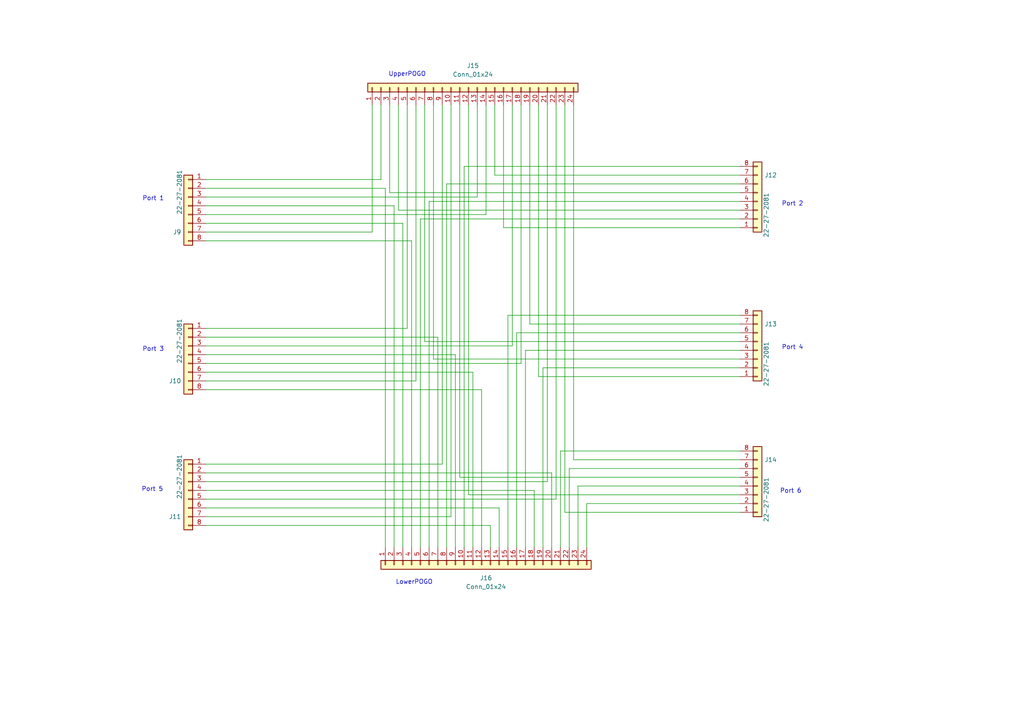
<source format=kicad_sch>
(kicad_sch
	(version 20231120)
	(generator "eeschema")
	(generator_version "8.0")
	(uuid "b42d446a-df4c-4ae4-a483-8f0b01a4da26")
	(paper "A4")
	(lib_symbols
		(symbol "Connector_Generic:Conn_01x08"
			(pin_names
				(offset 1.016) hide)
			(exclude_from_sim no)
			(in_bom yes)
			(on_board yes)
			(property "Reference" "J"
				(at 0 10.16 0)
				(effects
					(font
						(size 1.27 1.27)
					)
				)
			)
			(property "Value" "Conn_01x08"
				(at 0 -12.7 0)
				(effects
					(font
						(size 1.27 1.27)
					)
				)
			)
			(property "Footprint" ""
				(at 0 0 0)
				(effects
					(font
						(size 1.27 1.27)
					)
					(hide yes)
				)
			)
			(property "Datasheet" "~"
				(at 0 0 0)
				(effects
					(font
						(size 1.27 1.27)
					)
					(hide yes)
				)
			)
			(property "Description" "Generic connector, single row, 01x08, script generated (kicad-library-utils/schlib/autogen/connector/)"
				(at 0 0 0)
				(effects
					(font
						(size 1.27 1.27)
					)
					(hide yes)
				)
			)
			(property "ki_keywords" "connector"
				(at 0 0 0)
				(effects
					(font
						(size 1.27 1.27)
					)
					(hide yes)
				)
			)
			(property "ki_fp_filters" "Connector*:*_1x??_*"
				(at 0 0 0)
				(effects
					(font
						(size 1.27 1.27)
					)
					(hide yes)
				)
			)
			(symbol "Conn_01x08_1_1"
				(rectangle
					(start -1.27 -10.033)
					(end 0 -10.287)
					(stroke
						(width 0.1524)
						(type default)
					)
					(fill
						(type none)
					)
				)
				(rectangle
					(start -1.27 -7.493)
					(end 0 -7.747)
					(stroke
						(width 0.1524)
						(type default)
					)
					(fill
						(type none)
					)
				)
				(rectangle
					(start -1.27 -4.953)
					(end 0 -5.207)
					(stroke
						(width 0.1524)
						(type default)
					)
					(fill
						(type none)
					)
				)
				(rectangle
					(start -1.27 -2.413)
					(end 0 -2.667)
					(stroke
						(width 0.1524)
						(type default)
					)
					(fill
						(type none)
					)
				)
				(rectangle
					(start -1.27 0.127)
					(end 0 -0.127)
					(stroke
						(width 0.1524)
						(type default)
					)
					(fill
						(type none)
					)
				)
				(rectangle
					(start -1.27 2.667)
					(end 0 2.413)
					(stroke
						(width 0.1524)
						(type default)
					)
					(fill
						(type none)
					)
				)
				(rectangle
					(start -1.27 5.207)
					(end 0 4.953)
					(stroke
						(width 0.1524)
						(type default)
					)
					(fill
						(type none)
					)
				)
				(rectangle
					(start -1.27 7.747)
					(end 0 7.493)
					(stroke
						(width 0.1524)
						(type default)
					)
					(fill
						(type none)
					)
				)
				(rectangle
					(start -1.27 8.89)
					(end 1.27 -11.43)
					(stroke
						(width 0.254)
						(type default)
					)
					(fill
						(type background)
					)
				)
				(pin passive line
					(at -5.08 7.62 0)
					(length 3.81)
					(name "Pin_1"
						(effects
							(font
								(size 1.27 1.27)
							)
						)
					)
					(number "1"
						(effects
							(font
								(size 1.27 1.27)
							)
						)
					)
				)
				(pin passive line
					(at -5.08 5.08 0)
					(length 3.81)
					(name "Pin_2"
						(effects
							(font
								(size 1.27 1.27)
							)
						)
					)
					(number "2"
						(effects
							(font
								(size 1.27 1.27)
							)
						)
					)
				)
				(pin passive line
					(at -5.08 2.54 0)
					(length 3.81)
					(name "Pin_3"
						(effects
							(font
								(size 1.27 1.27)
							)
						)
					)
					(number "3"
						(effects
							(font
								(size 1.27 1.27)
							)
						)
					)
				)
				(pin passive line
					(at -5.08 0 0)
					(length 3.81)
					(name "Pin_4"
						(effects
							(font
								(size 1.27 1.27)
							)
						)
					)
					(number "4"
						(effects
							(font
								(size 1.27 1.27)
							)
						)
					)
				)
				(pin passive line
					(at -5.08 -2.54 0)
					(length 3.81)
					(name "Pin_5"
						(effects
							(font
								(size 1.27 1.27)
							)
						)
					)
					(number "5"
						(effects
							(font
								(size 1.27 1.27)
							)
						)
					)
				)
				(pin passive line
					(at -5.08 -5.08 0)
					(length 3.81)
					(name "Pin_6"
						(effects
							(font
								(size 1.27 1.27)
							)
						)
					)
					(number "6"
						(effects
							(font
								(size 1.27 1.27)
							)
						)
					)
				)
				(pin passive line
					(at -5.08 -7.62 0)
					(length 3.81)
					(name "Pin_7"
						(effects
							(font
								(size 1.27 1.27)
							)
						)
					)
					(number "7"
						(effects
							(font
								(size 1.27 1.27)
							)
						)
					)
				)
				(pin passive line
					(at -5.08 -10.16 0)
					(length 3.81)
					(name "Pin_8"
						(effects
							(font
								(size 1.27 1.27)
							)
						)
					)
					(number "8"
						(effects
							(font
								(size 1.27 1.27)
							)
						)
					)
				)
			)
		)
		(symbol "Connector_Generic:Conn_01x24"
			(pin_names
				(offset 1.016) hide)
			(exclude_from_sim no)
			(in_bom yes)
			(on_board yes)
			(property "Reference" "J"
				(at 0 30.48 0)
				(effects
					(font
						(size 1.27 1.27)
					)
				)
			)
			(property "Value" "Conn_01x24"
				(at 0 -33.02 0)
				(effects
					(font
						(size 1.27 1.27)
					)
				)
			)
			(property "Footprint" ""
				(at 0 0 0)
				(effects
					(font
						(size 1.27 1.27)
					)
					(hide yes)
				)
			)
			(property "Datasheet" "~"
				(at 0 0 0)
				(effects
					(font
						(size 1.27 1.27)
					)
					(hide yes)
				)
			)
			(property "Description" "Generic connector, single row, 01x24, script generated (kicad-library-utils/schlib/autogen/connector/)"
				(at 0 0 0)
				(effects
					(font
						(size 1.27 1.27)
					)
					(hide yes)
				)
			)
			(property "ki_keywords" "connector"
				(at 0 0 0)
				(effects
					(font
						(size 1.27 1.27)
					)
					(hide yes)
				)
			)
			(property "ki_fp_filters" "Connector*:*_1x??_*"
				(at 0 0 0)
				(effects
					(font
						(size 1.27 1.27)
					)
					(hide yes)
				)
			)
			(symbol "Conn_01x24_1_1"
				(rectangle
					(start -1.27 -30.353)
					(end 0 -30.607)
					(stroke
						(width 0.1524)
						(type default)
					)
					(fill
						(type none)
					)
				)
				(rectangle
					(start -1.27 -27.813)
					(end 0 -28.067)
					(stroke
						(width 0.1524)
						(type default)
					)
					(fill
						(type none)
					)
				)
				(rectangle
					(start -1.27 -25.273)
					(end 0 -25.527)
					(stroke
						(width 0.1524)
						(type default)
					)
					(fill
						(type none)
					)
				)
				(rectangle
					(start -1.27 -22.733)
					(end 0 -22.987)
					(stroke
						(width 0.1524)
						(type default)
					)
					(fill
						(type none)
					)
				)
				(rectangle
					(start -1.27 -20.193)
					(end 0 -20.447)
					(stroke
						(width 0.1524)
						(type default)
					)
					(fill
						(type none)
					)
				)
				(rectangle
					(start -1.27 -17.653)
					(end 0 -17.907)
					(stroke
						(width 0.1524)
						(type default)
					)
					(fill
						(type none)
					)
				)
				(rectangle
					(start -1.27 -15.113)
					(end 0 -15.367)
					(stroke
						(width 0.1524)
						(type default)
					)
					(fill
						(type none)
					)
				)
				(rectangle
					(start -1.27 -12.573)
					(end 0 -12.827)
					(stroke
						(width 0.1524)
						(type default)
					)
					(fill
						(type none)
					)
				)
				(rectangle
					(start -1.27 -10.033)
					(end 0 -10.287)
					(stroke
						(width 0.1524)
						(type default)
					)
					(fill
						(type none)
					)
				)
				(rectangle
					(start -1.27 -7.493)
					(end 0 -7.747)
					(stroke
						(width 0.1524)
						(type default)
					)
					(fill
						(type none)
					)
				)
				(rectangle
					(start -1.27 -4.953)
					(end 0 -5.207)
					(stroke
						(width 0.1524)
						(type default)
					)
					(fill
						(type none)
					)
				)
				(rectangle
					(start -1.27 -2.413)
					(end 0 -2.667)
					(stroke
						(width 0.1524)
						(type default)
					)
					(fill
						(type none)
					)
				)
				(rectangle
					(start -1.27 0.127)
					(end 0 -0.127)
					(stroke
						(width 0.1524)
						(type default)
					)
					(fill
						(type none)
					)
				)
				(rectangle
					(start -1.27 2.667)
					(end 0 2.413)
					(stroke
						(width 0.1524)
						(type default)
					)
					(fill
						(type none)
					)
				)
				(rectangle
					(start -1.27 5.207)
					(end 0 4.953)
					(stroke
						(width 0.1524)
						(type default)
					)
					(fill
						(type none)
					)
				)
				(rectangle
					(start -1.27 7.747)
					(end 0 7.493)
					(stroke
						(width 0.1524)
						(type default)
					)
					(fill
						(type none)
					)
				)
				(rectangle
					(start -1.27 10.287)
					(end 0 10.033)
					(stroke
						(width 0.1524)
						(type default)
					)
					(fill
						(type none)
					)
				)
				(rectangle
					(start -1.27 12.827)
					(end 0 12.573)
					(stroke
						(width 0.1524)
						(type default)
					)
					(fill
						(type none)
					)
				)
				(rectangle
					(start -1.27 15.367)
					(end 0 15.113)
					(stroke
						(width 0.1524)
						(type default)
					)
					(fill
						(type none)
					)
				)
				(rectangle
					(start -1.27 17.907)
					(end 0 17.653)
					(stroke
						(width 0.1524)
						(type default)
					)
					(fill
						(type none)
					)
				)
				(rectangle
					(start -1.27 20.447)
					(end 0 20.193)
					(stroke
						(width 0.1524)
						(type default)
					)
					(fill
						(type none)
					)
				)
				(rectangle
					(start -1.27 22.987)
					(end 0 22.733)
					(stroke
						(width 0.1524)
						(type default)
					)
					(fill
						(type none)
					)
				)
				(rectangle
					(start -1.27 25.527)
					(end 0 25.273)
					(stroke
						(width 0.1524)
						(type default)
					)
					(fill
						(type none)
					)
				)
				(rectangle
					(start -1.27 28.067)
					(end 0 27.813)
					(stroke
						(width 0.1524)
						(type default)
					)
					(fill
						(type none)
					)
				)
				(rectangle
					(start -1.27 29.21)
					(end 1.27 -31.75)
					(stroke
						(width 0.254)
						(type default)
					)
					(fill
						(type background)
					)
				)
				(pin passive line
					(at -5.08 27.94 0)
					(length 3.81)
					(name "Pin_1"
						(effects
							(font
								(size 1.27 1.27)
							)
						)
					)
					(number "1"
						(effects
							(font
								(size 1.27 1.27)
							)
						)
					)
				)
				(pin passive line
					(at -5.08 5.08 0)
					(length 3.81)
					(name "Pin_10"
						(effects
							(font
								(size 1.27 1.27)
							)
						)
					)
					(number "10"
						(effects
							(font
								(size 1.27 1.27)
							)
						)
					)
				)
				(pin passive line
					(at -5.08 2.54 0)
					(length 3.81)
					(name "Pin_11"
						(effects
							(font
								(size 1.27 1.27)
							)
						)
					)
					(number "11"
						(effects
							(font
								(size 1.27 1.27)
							)
						)
					)
				)
				(pin passive line
					(at -5.08 0 0)
					(length 3.81)
					(name "Pin_12"
						(effects
							(font
								(size 1.27 1.27)
							)
						)
					)
					(number "12"
						(effects
							(font
								(size 1.27 1.27)
							)
						)
					)
				)
				(pin passive line
					(at -5.08 -2.54 0)
					(length 3.81)
					(name "Pin_13"
						(effects
							(font
								(size 1.27 1.27)
							)
						)
					)
					(number "13"
						(effects
							(font
								(size 1.27 1.27)
							)
						)
					)
				)
				(pin passive line
					(at -5.08 -5.08 0)
					(length 3.81)
					(name "Pin_14"
						(effects
							(font
								(size 1.27 1.27)
							)
						)
					)
					(number "14"
						(effects
							(font
								(size 1.27 1.27)
							)
						)
					)
				)
				(pin passive line
					(at -5.08 -7.62 0)
					(length 3.81)
					(name "Pin_15"
						(effects
							(font
								(size 1.27 1.27)
							)
						)
					)
					(number "15"
						(effects
							(font
								(size 1.27 1.27)
							)
						)
					)
				)
				(pin passive line
					(at -5.08 -10.16 0)
					(length 3.81)
					(name "Pin_16"
						(effects
							(font
								(size 1.27 1.27)
							)
						)
					)
					(number "16"
						(effects
							(font
								(size 1.27 1.27)
							)
						)
					)
				)
				(pin passive line
					(at -5.08 -12.7 0)
					(length 3.81)
					(name "Pin_17"
						(effects
							(font
								(size 1.27 1.27)
							)
						)
					)
					(number "17"
						(effects
							(font
								(size 1.27 1.27)
							)
						)
					)
				)
				(pin passive line
					(at -5.08 -15.24 0)
					(length 3.81)
					(name "Pin_18"
						(effects
							(font
								(size 1.27 1.27)
							)
						)
					)
					(number "18"
						(effects
							(font
								(size 1.27 1.27)
							)
						)
					)
				)
				(pin passive line
					(at -5.08 -17.78 0)
					(length 3.81)
					(name "Pin_19"
						(effects
							(font
								(size 1.27 1.27)
							)
						)
					)
					(number "19"
						(effects
							(font
								(size 1.27 1.27)
							)
						)
					)
				)
				(pin passive line
					(at -5.08 25.4 0)
					(length 3.81)
					(name "Pin_2"
						(effects
							(font
								(size 1.27 1.27)
							)
						)
					)
					(number "2"
						(effects
							(font
								(size 1.27 1.27)
							)
						)
					)
				)
				(pin passive line
					(at -5.08 -20.32 0)
					(length 3.81)
					(name "Pin_20"
						(effects
							(font
								(size 1.27 1.27)
							)
						)
					)
					(number "20"
						(effects
							(font
								(size 1.27 1.27)
							)
						)
					)
				)
				(pin passive line
					(at -5.08 -22.86 0)
					(length 3.81)
					(name "Pin_21"
						(effects
							(font
								(size 1.27 1.27)
							)
						)
					)
					(number "21"
						(effects
							(font
								(size 1.27 1.27)
							)
						)
					)
				)
				(pin passive line
					(at -5.08 -25.4 0)
					(length 3.81)
					(name "Pin_22"
						(effects
							(font
								(size 1.27 1.27)
							)
						)
					)
					(number "22"
						(effects
							(font
								(size 1.27 1.27)
							)
						)
					)
				)
				(pin passive line
					(at -5.08 -27.94 0)
					(length 3.81)
					(name "Pin_23"
						(effects
							(font
								(size 1.27 1.27)
							)
						)
					)
					(number "23"
						(effects
							(font
								(size 1.27 1.27)
							)
						)
					)
				)
				(pin passive line
					(at -5.08 -30.48 0)
					(length 3.81)
					(name "Pin_24"
						(effects
							(font
								(size 1.27 1.27)
							)
						)
					)
					(number "24"
						(effects
							(font
								(size 1.27 1.27)
							)
						)
					)
				)
				(pin passive line
					(at -5.08 22.86 0)
					(length 3.81)
					(name "Pin_3"
						(effects
							(font
								(size 1.27 1.27)
							)
						)
					)
					(number "3"
						(effects
							(font
								(size 1.27 1.27)
							)
						)
					)
				)
				(pin passive line
					(at -5.08 20.32 0)
					(length 3.81)
					(name "Pin_4"
						(effects
							(font
								(size 1.27 1.27)
							)
						)
					)
					(number "4"
						(effects
							(font
								(size 1.27 1.27)
							)
						)
					)
				)
				(pin passive line
					(at -5.08 17.78 0)
					(length 3.81)
					(name "Pin_5"
						(effects
							(font
								(size 1.27 1.27)
							)
						)
					)
					(number "5"
						(effects
							(font
								(size 1.27 1.27)
							)
						)
					)
				)
				(pin passive line
					(at -5.08 15.24 0)
					(length 3.81)
					(name "Pin_6"
						(effects
							(font
								(size 1.27 1.27)
							)
						)
					)
					(number "6"
						(effects
							(font
								(size 1.27 1.27)
							)
						)
					)
				)
				(pin passive line
					(at -5.08 12.7 0)
					(length 3.81)
					(name "Pin_7"
						(effects
							(font
								(size 1.27 1.27)
							)
						)
					)
					(number "7"
						(effects
							(font
								(size 1.27 1.27)
							)
						)
					)
				)
				(pin passive line
					(at -5.08 10.16 0)
					(length 3.81)
					(name "Pin_8"
						(effects
							(font
								(size 1.27 1.27)
							)
						)
					)
					(number "8"
						(effects
							(font
								(size 1.27 1.27)
							)
						)
					)
				)
				(pin passive line
					(at -5.08 7.62 0)
					(length 3.81)
					(name "Pin_9"
						(effects
							(font
								(size 1.27 1.27)
							)
						)
					)
					(number "9"
						(effects
							(font
								(size 1.27 1.27)
							)
						)
					)
				)
			)
		)
	)
	(wire
		(pts
			(xy 129.54 158.75) (xy 129.54 53.34)
		)
		(stroke
			(width 0)
			(type default)
		)
		(uuid "08d95303-a302-464e-90b8-d1d9351a1b0a")
	)
	(wire
		(pts
			(xy 163.83 30.48) (xy 163.83 148.59)
		)
		(stroke
			(width 0)
			(type default)
		)
		(uuid "0d9c70fe-3466-4fff-aab9-56568e336642")
	)
	(wire
		(pts
			(xy 147.32 91.44) (xy 214.63 91.44)
		)
		(stroke
			(width 0)
			(type default)
		)
		(uuid "0e1d9783-3eca-4714-89ae-ffd25332ee28")
	)
	(wire
		(pts
			(xy 59.69 67.31) (xy 107.95 67.31)
		)
		(stroke
			(width 0)
			(type default)
		)
		(uuid "11f63f56-a454-481b-a4a5-f08982eeaa12")
	)
	(wire
		(pts
			(xy 111.76 54.61) (xy 59.69 54.61)
		)
		(stroke
			(width 0)
			(type default)
		)
		(uuid "15961fea-7401-4948-afd5-69db4bd823b4")
	)
	(wire
		(pts
			(xy 116.84 64.77) (xy 59.69 64.77)
		)
		(stroke
			(width 0)
			(type default)
		)
		(uuid "169eb5f5-5346-4dac-84a0-e3fd355c383d")
	)
	(wire
		(pts
			(xy 140.97 30.48) (xy 140.97 62.23)
		)
		(stroke
			(width 0)
			(type default)
		)
		(uuid "16a9edb0-fc3b-405a-8beb-f77c0a77369f")
	)
	(wire
		(pts
			(xy 165.1 135.89) (xy 214.63 135.89)
		)
		(stroke
			(width 0)
			(type default)
		)
		(uuid "1a109eb4-6d5d-4efd-b6ae-02576f9b123b")
	)
	(wire
		(pts
			(xy 154.94 142.24) (xy 59.69 142.24)
		)
		(stroke
			(width 0)
			(type default)
		)
		(uuid "1a4b7143-d48e-4274-a0c4-81eee3bcbca7")
	)
	(wire
		(pts
			(xy 114.3 158.75) (xy 114.3 59.69)
		)
		(stroke
			(width 0)
			(type default)
		)
		(uuid "1e2d5c9e-0b1c-4613-b922-f3810d7ea190")
	)
	(wire
		(pts
			(xy 124.46 58.42) (xy 124.46 158.75)
		)
		(stroke
			(width 0)
			(type default)
		)
		(uuid "20334c59-dced-4e5c-9cd6-9c0f999557a4")
	)
	(wire
		(pts
			(xy 142.24 158.75) (xy 142.24 152.4)
		)
		(stroke
			(width 0)
			(type default)
		)
		(uuid "21154d5d-aa19-40fd-9a9f-a94741cbfb7e")
	)
	(wire
		(pts
			(xy 129.54 53.34) (xy 214.63 53.34)
		)
		(stroke
			(width 0)
			(type default)
		)
		(uuid "25b96233-3c97-4d58-8d45-fba223c21b0c")
	)
	(wire
		(pts
			(xy 143.51 50.8) (xy 214.63 50.8)
		)
		(stroke
			(width 0)
			(type default)
		)
		(uuid "261f490a-0d55-47aa-aa65-d1662e1724d6")
	)
	(wire
		(pts
			(xy 167.64 158.75) (xy 167.64 140.97)
		)
		(stroke
			(width 0)
			(type default)
		)
		(uuid "277cac7f-bf1d-45ff-a2ff-2590f21adfe0")
	)
	(wire
		(pts
			(xy 127 158.75) (xy 127 97.79)
		)
		(stroke
			(width 0)
			(type default)
		)
		(uuid "27b99f6c-5b1f-44b6-b4d6-62f0c2b4e168")
	)
	(wire
		(pts
			(xy 137.16 107.95) (xy 59.69 107.95)
		)
		(stroke
			(width 0)
			(type default)
		)
		(uuid "2de5b553-52ec-442a-9a0d-60c43755fcc1")
	)
	(wire
		(pts
			(xy 120.65 30.48) (xy 120.65 110.49)
		)
		(stroke
			(width 0)
			(type default)
		)
		(uuid "3129bd5b-13be-4874-9948-1aff0e3f1aea")
	)
	(wire
		(pts
			(xy 114.3 59.69) (xy 59.69 59.69)
		)
		(stroke
			(width 0)
			(type default)
		)
		(uuid "31c19cb5-d3b9-486c-879f-f7376983b447")
	)
	(wire
		(pts
			(xy 125.73 30.48) (xy 125.73 104.14)
		)
		(stroke
			(width 0)
			(type default)
		)
		(uuid "33aea6cd-7b4b-4b13-aea0-f77d3efb2cb2")
	)
	(wire
		(pts
			(xy 154.94 158.75) (xy 154.94 142.24)
		)
		(stroke
			(width 0)
			(type default)
		)
		(uuid "393bf673-7e6c-4e74-a9be-4852ff5f9a75")
	)
	(wire
		(pts
			(xy 144.78 158.75) (xy 144.78 147.32)
		)
		(stroke
			(width 0)
			(type default)
		)
		(uuid "397119a3-09d9-49d8-949e-88445b3cdf1f")
	)
	(wire
		(pts
			(xy 133.35 138.43) (xy 214.63 138.43)
		)
		(stroke
			(width 0)
			(type default)
		)
		(uuid "3ea1d3b5-6649-4890-8e5f-6c73a5908b17")
	)
	(wire
		(pts
			(xy 59.69 110.49) (xy 120.65 110.49)
		)
		(stroke
			(width 0)
			(type default)
		)
		(uuid "4276a9fb-fe97-425e-b4e2-98d03e84a48b")
	)
	(wire
		(pts
			(xy 59.69 149.86) (xy 130.81 149.86)
		)
		(stroke
			(width 0)
			(type default)
		)
		(uuid "4827f149-f62e-43d0-b87a-2b2d7df92d25")
	)
	(wire
		(pts
			(xy 166.37 133.35) (xy 214.63 133.35)
		)
		(stroke
			(width 0)
			(type default)
		)
		(uuid "49dba756-e8e3-4527-a4a0-d91f187adc53")
	)
	(wire
		(pts
			(xy 137.16 158.75) (xy 137.16 107.95)
		)
		(stroke
			(width 0)
			(type default)
		)
		(uuid "4b34e7e7-4817-47a4-b638-da6b4e7a3fbb")
	)
	(wire
		(pts
			(xy 152.4 158.75) (xy 152.4 101.6)
		)
		(stroke
			(width 0)
			(type default)
		)
		(uuid "4b9e0744-2121-4ad9-aa48-de3e2c1c4c85")
	)
	(wire
		(pts
			(xy 151.13 30.48) (xy 151.13 105.41)
		)
		(stroke
			(width 0)
			(type default)
		)
		(uuid "4cc25791-6478-499a-a38b-2ae61779bb3b")
	)
	(wire
		(pts
			(xy 148.59 30.48) (xy 148.59 100.33)
		)
		(stroke
			(width 0)
			(type default)
		)
		(uuid "4cd39b3e-f65b-41b1-aec4-ee4630e7a19b")
	)
	(wire
		(pts
			(xy 170.18 146.05) (xy 214.63 146.05)
		)
		(stroke
			(width 0)
			(type default)
		)
		(uuid "4e7c5a8a-c0ad-4ef0-90a3-2652813df448")
	)
	(wire
		(pts
			(xy 59.69 62.23) (xy 140.97 62.23)
		)
		(stroke
			(width 0)
			(type default)
		)
		(uuid "50b59238-7d65-4f59-aa39-ca0b26474fbf")
	)
	(wire
		(pts
			(xy 139.7 158.75) (xy 139.7 113.03)
		)
		(stroke
			(width 0)
			(type default)
		)
		(uuid "55c06f24-04fa-428b-8bbb-8b6da16ae95a")
	)
	(wire
		(pts
			(xy 161.29 30.48) (xy 161.29 144.78)
		)
		(stroke
			(width 0)
			(type default)
		)
		(uuid "5b280969-d5da-4fd7-8526-c557db454c83")
	)
	(wire
		(pts
			(xy 59.69 134.62) (xy 128.27 134.62)
		)
		(stroke
			(width 0)
			(type default)
		)
		(uuid "5d0ce693-625b-4b6a-a137-c02fc0927131")
	)
	(wire
		(pts
			(xy 162.56 158.75) (xy 162.56 130.81)
		)
		(stroke
			(width 0)
			(type default)
		)
		(uuid "5d917cdd-8dcc-4722-bfab-dfbdf79b3475")
	)
	(wire
		(pts
			(xy 153.67 30.48) (xy 153.67 93.98)
		)
		(stroke
			(width 0)
			(type default)
		)
		(uuid "6186b5fe-13a2-4845-af51-82029ab90a8c")
	)
	(wire
		(pts
			(xy 156.21 109.22) (xy 214.63 109.22)
		)
		(stroke
			(width 0)
			(type default)
		)
		(uuid "623f1091-91a0-474b-bd6b-42c8f4281d9b")
	)
	(wire
		(pts
			(xy 119.38 158.75) (xy 119.38 69.85)
		)
		(stroke
			(width 0)
			(type default)
		)
		(uuid "6396a903-24f1-4fed-b3d7-544b98b2dbe3")
	)
	(wire
		(pts
			(xy 121.92 63.5) (xy 214.63 63.5)
		)
		(stroke
			(width 0)
			(type default)
		)
		(uuid "67680097-544f-48aa-9474-7df98e016d17")
	)
	(wire
		(pts
			(xy 135.89 143.51) (xy 214.63 143.51)
		)
		(stroke
			(width 0)
			(type default)
		)
		(uuid "6a865005-c157-45bb-b0ce-f42fc97d3df3")
	)
	(wire
		(pts
			(xy 59.69 139.7) (xy 158.75 139.7)
		)
		(stroke
			(width 0)
			(type default)
		)
		(uuid "6b6ae40c-8514-453e-a154-0cd89ebbc46a")
	)
	(wire
		(pts
			(xy 158.75 30.48) (xy 158.75 139.7)
		)
		(stroke
			(width 0)
			(type default)
		)
		(uuid "7255a04c-9bfe-4150-abf4-d82a3ee666b7")
	)
	(wire
		(pts
			(xy 116.84 158.75) (xy 116.84 64.77)
		)
		(stroke
			(width 0)
			(type default)
		)
		(uuid "7275346b-c424-43da-a88e-019f1aeca944")
	)
	(wire
		(pts
			(xy 59.69 100.33) (xy 148.59 100.33)
		)
		(stroke
			(width 0)
			(type default)
		)
		(uuid "751b7597-fe14-46d9-82cc-13c0e6cbc970")
	)
	(wire
		(pts
			(xy 110.49 30.48) (xy 110.49 52.07)
		)
		(stroke
			(width 0)
			(type default)
		)
		(uuid "7d468857-a4a2-4ee7-8ff9-cd40816d8674")
	)
	(wire
		(pts
			(xy 132.08 158.75) (xy 132.08 102.87)
		)
		(stroke
			(width 0)
			(type default)
		)
		(uuid "80d07bf5-ef62-466a-92b2-44e765d25e15")
	)
	(wire
		(pts
			(xy 113.03 55.88) (xy 214.63 55.88)
		)
		(stroke
			(width 0)
			(type default)
		)
		(uuid "8254d3b4-d65e-4cfe-b2d0-fe9fa285fa31")
	)
	(wire
		(pts
			(xy 156.21 30.48) (xy 156.21 109.22)
		)
		(stroke
			(width 0)
			(type default)
		)
		(uuid "83915f75-aa41-4890-8ed5-2826da4dd6f1")
	)
	(wire
		(pts
			(xy 133.35 30.48) (xy 133.35 138.43)
		)
		(stroke
			(width 0)
			(type default)
		)
		(uuid "8618b373-65f7-45b8-91c1-ab54e20be316")
	)
	(wire
		(pts
			(xy 146.05 66.04) (xy 214.63 66.04)
		)
		(stroke
			(width 0)
			(type default)
		)
		(uuid "89393dd1-7a88-47bf-aa77-edb5090d8fa8")
	)
	(wire
		(pts
			(xy 153.67 93.98) (xy 214.63 93.98)
		)
		(stroke
			(width 0)
			(type default)
		)
		(uuid "8e9233e9-19bd-4977-bd3a-7f93ddbc3c22")
	)
	(wire
		(pts
			(xy 146.05 30.48) (xy 146.05 66.04)
		)
		(stroke
			(width 0)
			(type default)
		)
		(uuid "91200344-50dd-434b-979a-985bf724eb81")
	)
	(wire
		(pts
			(xy 149.86 158.75) (xy 149.86 96.52)
		)
		(stroke
			(width 0)
			(type default)
		)
		(uuid "96f70af3-cec1-4f42-affb-081a1ebaa4fb")
	)
	(wire
		(pts
			(xy 119.38 69.85) (xy 59.69 69.85)
		)
		(stroke
			(width 0)
			(type default)
		)
		(uuid "9b46d389-f7a4-469f-8601-57fca1c59d22")
	)
	(wire
		(pts
			(xy 139.7 113.03) (xy 59.69 113.03)
		)
		(stroke
			(width 0)
			(type default)
		)
		(uuid "9bfb5564-2108-4b95-9f58-fbfc7f894c7a")
	)
	(wire
		(pts
			(xy 138.43 30.48) (xy 138.43 57.15)
		)
		(stroke
			(width 0)
			(type default)
		)
		(uuid "9c20d69b-eb97-4db8-ad5b-23c020120f6c")
	)
	(wire
		(pts
			(xy 135.89 30.48) (xy 135.89 143.51)
		)
		(stroke
			(width 0)
			(type default)
		)
		(uuid "9ca55d52-4eb2-42f9-8f48-a98e63732675")
	)
	(wire
		(pts
			(xy 152.4 101.6) (xy 214.63 101.6)
		)
		(stroke
			(width 0)
			(type default)
		)
		(uuid "9d9c2b5e-f682-4ed0-8db5-65e5fee2bd64")
	)
	(wire
		(pts
			(xy 134.62 48.26) (xy 214.63 48.26)
		)
		(stroke
			(width 0)
			(type default)
		)
		(uuid "a173d1e9-0923-46ee-93fe-c6de3105aa7f")
	)
	(wire
		(pts
			(xy 147.32 158.75) (xy 147.32 91.44)
		)
		(stroke
			(width 0)
			(type default)
		)
		(uuid "a26bfab8-f194-401f-b897-8100a54ee3b8")
	)
	(wire
		(pts
			(xy 165.1 158.75) (xy 165.1 135.89)
		)
		(stroke
			(width 0)
			(type default)
		)
		(uuid "a690eace-82e4-4dbe-8a6f-7b3a70b5e177")
	)
	(wire
		(pts
			(xy 163.83 148.59) (xy 214.63 148.59)
		)
		(stroke
			(width 0)
			(type default)
		)
		(uuid "a812fb9d-d8d5-4ab1-a483-d5b3a2b80439")
	)
	(wire
		(pts
			(xy 115.57 30.48) (xy 115.57 60.96)
		)
		(stroke
			(width 0)
			(type default)
		)
		(uuid "a8858a98-904c-4cbd-a179-4e4a4daaf5f6")
	)
	(wire
		(pts
			(xy 127 97.79) (xy 59.69 97.79)
		)
		(stroke
			(width 0)
			(type default)
		)
		(uuid "ab094ee9-4d80-4a96-8054-a4337caa9eb3")
	)
	(wire
		(pts
			(xy 130.81 30.48) (xy 130.81 149.86)
		)
		(stroke
			(width 0)
			(type default)
		)
		(uuid "adad0229-1d4a-4514-86a8-d65e7449ebe7")
	)
	(wire
		(pts
			(xy 111.76 158.75) (xy 111.76 54.61)
		)
		(stroke
			(width 0)
			(type default)
		)
		(uuid "b0b50294-5d1f-4307-9ae9-71e4019ee486")
	)
	(wire
		(pts
			(xy 107.95 30.48) (xy 107.95 67.31)
		)
		(stroke
			(width 0)
			(type default)
		)
		(uuid "b252f52c-d120-4b35-8d89-3b89300b604a")
	)
	(wire
		(pts
			(xy 118.11 30.48) (xy 118.11 95.25)
		)
		(stroke
			(width 0)
			(type default)
		)
		(uuid "b3978361-af7d-4a36-a03d-c74d30ca9d52")
	)
	(wire
		(pts
			(xy 167.64 140.97) (xy 214.63 140.97)
		)
		(stroke
			(width 0)
			(type default)
		)
		(uuid "b785b151-3250-4d5b-9bf8-f125c477f310")
	)
	(wire
		(pts
			(xy 125.73 104.14) (xy 214.63 104.14)
		)
		(stroke
			(width 0)
			(type default)
		)
		(uuid "b8fa9add-b15e-40f4-bc8d-5bc2a75ed5f4")
	)
	(wire
		(pts
			(xy 115.57 60.96) (xy 214.63 60.96)
		)
		(stroke
			(width 0)
			(type default)
		)
		(uuid "bd13ae28-d35a-42e7-81ab-9b0cd0b274e1")
	)
	(wire
		(pts
			(xy 160.02 158.75) (xy 160.02 137.16)
		)
		(stroke
			(width 0)
			(type default)
		)
		(uuid "beb5eb59-f13e-4b73-be72-6e85d8133230")
	)
	(wire
		(pts
			(xy 124.46 58.42) (xy 214.63 58.42)
		)
		(stroke
			(width 0)
			(type default)
		)
		(uuid "c1e2e461-f311-4261-85e2-1bd1b3350cbe")
	)
	(wire
		(pts
			(xy 123.19 99.06) (xy 214.63 99.06)
		)
		(stroke
			(width 0)
			(type default)
		)
		(uuid "c2b0feec-a940-44be-b71a-7b98bf64da89")
	)
	(wire
		(pts
			(xy 113.03 30.48) (xy 113.03 55.88)
		)
		(stroke
			(width 0)
			(type default)
		)
		(uuid "c54a0d01-1b4e-4fb1-b879-08fb9b700131")
	)
	(wire
		(pts
			(xy 59.69 105.41) (xy 151.13 105.41)
		)
		(stroke
			(width 0)
			(type default)
		)
		(uuid "c5ec9d67-db1e-4739-b220-5dbba2512468")
	)
	(wire
		(pts
			(xy 143.51 30.48) (xy 143.51 50.8)
		)
		(stroke
			(width 0)
			(type default)
		)
		(uuid "c78f07a3-df49-4fd1-ad9c-81aa1e768db5")
	)
	(wire
		(pts
			(xy 121.92 158.75) (xy 121.92 63.5)
		)
		(stroke
			(width 0)
			(type default)
		)
		(uuid "c88f5f4a-9279-43da-aa34-45d7b17a0b56")
	)
	(wire
		(pts
			(xy 123.19 30.48) (xy 123.19 99.06)
		)
		(stroke
			(width 0)
			(type default)
		)
		(uuid "c8d911db-57df-4cb6-ad34-ca659ef0f7d0")
	)
	(wire
		(pts
			(xy 144.78 147.32) (xy 59.69 147.32)
		)
		(stroke
			(width 0)
			(type default)
		)
		(uuid "dc7f658d-fc19-46e4-810a-a9bf7b1876c6")
	)
	(wire
		(pts
			(xy 157.48 106.68) (xy 214.63 106.68)
		)
		(stroke
			(width 0)
			(type default)
		)
		(uuid "dce6500a-8e0f-4c0e-b75b-979671f03859")
	)
	(wire
		(pts
			(xy 59.69 52.07) (xy 110.49 52.07)
		)
		(stroke
			(width 0)
			(type default)
		)
		(uuid "de4d6afa-fed2-45ea-a0d5-7c8800495fc1")
	)
	(wire
		(pts
			(xy 160.02 137.16) (xy 59.69 137.16)
		)
		(stroke
			(width 0)
			(type default)
		)
		(uuid "e0739d88-4e91-4e82-a32b-cba74a14f206")
	)
	(wire
		(pts
			(xy 59.69 57.15) (xy 138.43 57.15)
		)
		(stroke
			(width 0)
			(type default)
		)
		(uuid "e1a5881e-eaeb-40d7-94fc-7eaadf0c3688")
	)
	(wire
		(pts
			(xy 166.37 30.48) (xy 166.37 133.35)
		)
		(stroke
			(width 0)
			(type default)
		)
		(uuid "e4bf225f-a34f-4b86-b145-c75115ff6a1d")
	)
	(wire
		(pts
			(xy 162.56 130.81) (xy 214.63 130.81)
		)
		(stroke
			(width 0)
			(type default)
		)
		(uuid "e4dd7db8-7a27-4dfe-87e9-8dc9bdaa7969")
	)
	(wire
		(pts
			(xy 149.86 96.52) (xy 214.63 96.52)
		)
		(stroke
			(width 0)
			(type default)
		)
		(uuid "e7de6e2d-e91e-49d9-9c26-dc4f2c3c22b5")
	)
	(wire
		(pts
			(xy 170.18 158.75) (xy 170.18 146.05)
		)
		(stroke
			(width 0)
			(type default)
		)
		(uuid "e8e9a999-e9f4-4083-82b8-b4b1b43c1d97")
	)
	(wire
		(pts
			(xy 142.24 152.4) (xy 59.69 152.4)
		)
		(stroke
			(width 0)
			(type default)
		)
		(uuid "ec4ec5ff-648c-4428-ba3c-d936ad49ddc2")
	)
	(wire
		(pts
			(xy 134.62 158.75) (xy 134.62 48.26)
		)
		(stroke
			(width 0)
			(type default)
		)
		(uuid "ed6c2cbb-6b3e-46c4-b347-62329da3267e")
	)
	(wire
		(pts
			(xy 59.69 144.78) (xy 161.29 144.78)
		)
		(stroke
			(width 0)
			(type default)
		)
		(uuid "ef29a9f7-1d76-4410-b2fc-eaede5b907f6")
	)
	(wire
		(pts
			(xy 157.48 158.75) (xy 157.48 106.68)
		)
		(stroke
			(width 0)
			(type default)
		)
		(uuid "ef2f4d52-a53f-43a1-942e-6d6587055a58")
	)
	(wire
		(pts
			(xy 59.69 95.25) (xy 118.11 95.25)
		)
		(stroke
			(width 0)
			(type default)
		)
		(uuid "f2a28782-8cab-415f-94d1-fed9dd4536ba")
	)
	(wire
		(pts
			(xy 128.27 30.48) (xy 128.27 134.62)
		)
		(stroke
			(width 0)
			(type default)
		)
		(uuid "f5d7b068-c7da-4faa-9959-c25ad848cd07")
	)
	(wire
		(pts
			(xy 132.08 102.87) (xy 59.69 102.87)
		)
		(stroke
			(width 0)
			(type default)
		)
		(uuid "f60c453c-d9b8-4e84-8252-121b7613e6db")
	)
	(text "Port 5"
		(exclude_from_sim no)
		(at 44.196 141.986 0)
		(effects
			(font
				(size 1.27 1.27)
			)
		)
		(uuid "04c3adc6-5679-43b3-bbe8-202c53464007")
	)
	(text "Port 1"
		(exclude_from_sim no)
		(at 44.45 57.658 0)
		(effects
			(font
				(size 1.27 1.27)
			)
		)
		(uuid "3c97db22-ccc2-4e47-a433-faad94c5493c")
	)
	(text "UpperPOGO"
		(exclude_from_sim no)
		(at 118.11 21.59 0)
		(effects
			(font
				(size 1.27 1.27)
			)
		)
		(uuid "6a521a5a-afc0-485e-818c-de84892760a6")
	)
	(text "Port 6"
		(exclude_from_sim no)
		(at 229.362 142.494 0)
		(effects
			(font
				(size 1.27 1.27)
			)
		)
		(uuid "832f9d5a-51b3-4bc3-abe2-c05ab9341366")
	)
	(text "Port 3"
		(exclude_from_sim no)
		(at 44.45 101.346 0)
		(effects
			(font
				(size 1.27 1.27)
			)
		)
		(uuid "9442c347-867a-4b3f-90d8-8a5d89303168")
	)
	(text "Port 2"
		(exclude_from_sim no)
		(at 229.87 59.182 0)
		(effects
			(font
				(size 1.27 1.27)
			)
		)
		(uuid "c43ee7ab-c9ca-46ed-8a16-df72a6f968b9")
	)
	(text "Port 4"
		(exclude_from_sim no)
		(at 229.87 100.838 0)
		(effects
			(font
				(size 1.27 1.27)
			)
		)
		(uuid "cf758dfd-bf47-4fc8-a4a4-85c0244bad81")
	)
	(text "LowerPOGO"
		(exclude_from_sim no)
		(at 120.142 168.91 0)
		(effects
			(font
				(size 1.27 1.27)
			)
		)
		(uuid "e3006d5a-e029-4e74-8c26-f5123ca177a2")
	)
	(symbol
		(lib_id "Connector_Generic:Conn_01x08")
		(at 219.71 101.6 0)
		(mirror x)
		(unit 1)
		(exclude_from_sim no)
		(in_bom yes)
		(on_board yes)
		(dnp no)
		(uuid "07afa16e-de29-469c-969c-b1ff6d29c194")
		(property "Reference" "J13"
			(at 221.742 93.98 0)
			(effects
				(font
					(size 1.27 1.27)
				)
				(justify left)
			)
		)
		(property "Value" "22-27-2081"
			(at 222.25 99.0601 90)
			(effects
				(font
					(size 1.27 1.27)
				)
				(justify left)
			)
		)
		(property "Footprint" "Connector_Molex:Molex_KK-254_AE-6410-08A_1x08_P2.54mm_Vertical"
			(at 219.71 101.6 0)
			(effects
				(font
					(size 1.27 1.27)
				)
				(hide yes)
			)
		)
		(property "Datasheet" "~"
			(at 219.71 101.6 0)
			(effects
				(font
					(size 1.27 1.27)
				)
				(hide yes)
			)
		)
		(property "Description" "Generic connector, single row, 01x08, script generated (kicad-library-utils/schlib/autogen/connector/)"
			(at 219.71 101.6 0)
			(effects
				(font
					(size 1.27 1.27)
				)
				(hide yes)
			)
		)
		(pin "4"
			(uuid "da246b63-b00c-495e-bd9a-f949f8d99972")
		)
		(pin "5"
			(uuid "16e97506-10d2-461b-ba7b-88067acb61c5")
		)
		(pin "1"
			(uuid "592fcb50-e545-4d02-8800-837302f7913d")
		)
		(pin "2"
			(uuid "44bdebbf-d2ec-4011-a3d1-3b6f6cd8279f")
		)
		(pin "6"
			(uuid "2e55bc81-f317-4815-a076-bd9466c7345d")
		)
		(pin "8"
			(uuid "042dbf36-3ea0-4748-9a0f-783f2b66c1fa")
		)
		(pin "3"
			(uuid "0459c35b-de0d-4726-ada8-e3c2948547e9")
		)
		(pin "7"
			(uuid "2e0d0911-1606-4ecc-a97c-bb7e13852ce4")
		)
		(instances
			(project "QATCH_MUX_PCB_v1"
				(path "/28ad01b6-a1a8-45b5-92d8-b46199558ffa/962b9144-df2e-41d7-9c9f-4e4d3f0dbdc4"
					(reference "J13")
					(unit 1)
				)
			)
		)
	)
	(symbol
		(lib_id "Connector_Generic:Conn_01x08")
		(at 219.71 58.42 0)
		(mirror x)
		(unit 1)
		(exclude_from_sim no)
		(in_bom yes)
		(on_board yes)
		(dnp no)
		(uuid "150961d1-77d5-41dc-a6ef-790561f1d5df")
		(property "Reference" "J12"
			(at 221.742 50.8 0)
			(effects
				(font
					(size 1.27 1.27)
				)
				(justify left)
			)
		)
		(property "Value" "22-27-2081"
			(at 222.25 55.8801 90)
			(effects
				(font
					(size 1.27 1.27)
				)
				(justify left)
			)
		)
		(property "Footprint" "Connector_Molex:Molex_KK-254_AE-6410-08A_1x08_P2.54mm_Vertical"
			(at 219.71 58.42 0)
			(effects
				(font
					(size 1.27 1.27)
				)
				(hide yes)
			)
		)
		(property "Datasheet" "~"
			(at 219.71 58.42 0)
			(effects
				(font
					(size 1.27 1.27)
				)
				(hide yes)
			)
		)
		(property "Description" "Generic connector, single row, 01x08, script generated (kicad-library-utils/schlib/autogen/connector/)"
			(at 219.71 58.42 0)
			(effects
				(font
					(size 1.27 1.27)
				)
				(hide yes)
			)
		)
		(pin "4"
			(uuid "0371ce5d-9d76-49a0-b5f1-0d719529ae43")
		)
		(pin "5"
			(uuid "80f87411-af07-42a4-a0fe-5fe8d92d3559")
		)
		(pin "1"
			(uuid "33f37c92-adcc-4b5f-a6c7-6db170e6ee66")
		)
		(pin "2"
			(uuid "24b46856-f8cb-42bd-ad82-6248a2695dec")
		)
		(pin "6"
			(uuid "749bf683-e62a-4e11-8955-4775b416e23c")
		)
		(pin "8"
			(uuid "ba35bc34-b602-4ff3-a04b-f3c7b97e74ee")
		)
		(pin "3"
			(uuid "3351781a-5e94-4cd5-9d71-76455496675e")
		)
		(pin "7"
			(uuid "564381e7-8408-440e-9298-e6d3e59ab893")
		)
		(instances
			(project "QATCH_MUX_PCB_v1"
				(path "/28ad01b6-a1a8-45b5-92d8-b46199558ffa/962b9144-df2e-41d7-9c9f-4e4d3f0dbdc4"
					(reference "J12")
					(unit 1)
				)
			)
		)
	)
	(symbol
		(lib_id "Connector_Generic:Conn_01x24")
		(at 139.7 163.83 90)
		(mirror x)
		(unit 1)
		(exclude_from_sim no)
		(in_bom yes)
		(on_board yes)
		(dnp no)
		(uuid "517a7d60-a6bf-4a5f-9fd9-816628952b63")
		(property "Reference" "J16"
			(at 140.97 167.64 90)
			(effects
				(font
					(size 1.27 1.27)
				)
			)
		)
		(property "Value" "Conn_01x24"
			(at 140.97 170.18 90)
			(effects
				(font
					(size 1.27 1.27)
				)
			)
		)
		(property "Footprint" ""
			(at 139.7 163.83 0)
			(effects
				(font
					(size 1.27 1.27)
				)
				(hide yes)
			)
		)
		(property "Datasheet" "~"
			(at 139.7 163.83 0)
			(effects
				(font
					(size 1.27 1.27)
				)
				(hide yes)
			)
		)
		(property "Description" "Generic connector, single row, 01x24, script generated (kicad-library-utils/schlib/autogen/connector/)"
			(at 139.7 163.83 0)
			(effects
				(font
					(size 1.27 1.27)
				)
				(hide yes)
			)
		)
		(pin "2"
			(uuid "67e172a3-a6bc-4abc-8ead-22216c7a02fc")
		)
		(pin "3"
			(uuid "7817d936-f4b1-46aa-b74c-d487241fa899")
		)
		(pin "7"
			(uuid "9d25e816-a497-4cd4-8234-687ba1c8ee60")
		)
		(pin "24"
			(uuid "45f83cf3-9aa9-4e5d-a5d6-8a0d733c267a")
		)
		(pin "17"
			(uuid "c3131f8d-5ace-41fa-b59f-9a871e92aad8")
		)
		(pin "19"
			(uuid "d89b930d-afc1-4174-8cb6-ebc7373205a5")
		)
		(pin "1"
			(uuid "c35d17ce-4651-44d6-9c0a-6081b3db7863")
		)
		(pin "13"
			(uuid "31b29209-2b3e-4096-bbfb-ac2cb8622ba6")
		)
		(pin "4"
			(uuid "680866e2-fd77-41e3-93d0-085ca14dd3fa")
		)
		(pin "8"
			(uuid "543cfd7f-e11f-4026-89e8-654efa45915b")
		)
		(pin "12"
			(uuid "7b1d90a1-8b4a-4ff3-a4c6-a56543a35650")
		)
		(pin "10"
			(uuid "622de897-67e2-4f12-8015-5fa903672823")
		)
		(pin "21"
			(uuid "a5df6a88-3824-41e2-86bc-76828a5e378a")
		)
		(pin "22"
			(uuid "e6045a14-56fb-4079-b6f0-2d7bf723ed60")
		)
		(pin "14"
			(uuid "e6a686fd-1dde-45a1-933c-92e3f76dc4b4")
		)
		(pin "20"
			(uuid "baed1380-8473-465d-83cb-e064fb5a4aa1")
		)
		(pin "16"
			(uuid "ce0bf1ec-3f87-4b3a-989a-7b63b62b448f")
		)
		(pin "23"
			(uuid "c04c60a7-f751-48ce-bff9-49357e75400a")
		)
		(pin "9"
			(uuid "7a5543c2-7c4f-4c5c-941c-8294d869694c")
		)
		(pin "18"
			(uuid "0bc9cc28-a2a6-4545-84e0-02f50ba4c6f6")
		)
		(pin "15"
			(uuid "6c564bf4-4ad3-466d-990a-d2a67dd466f6")
		)
		(pin "11"
			(uuid "5b3b730f-644f-4f94-8de8-0f68feba4ddf")
		)
		(pin "5"
			(uuid "16cbf540-8757-4d07-bfde-f21ae8a3f308")
		)
		(pin "6"
			(uuid "73bb1d19-c336-4f3f-8bfd-a2290a5bf566")
		)
		(instances
			(project ""
				(path "/28ad01b6-a1a8-45b5-92d8-b46199558ffa/962b9144-df2e-41d7-9c9f-4e4d3f0dbdc4"
					(reference "J16")
					(unit 1)
				)
			)
		)
	)
	(symbol
		(lib_id "Connector_Generic:Conn_01x08")
		(at 219.71 140.97 0)
		(mirror x)
		(unit 1)
		(exclude_from_sim no)
		(in_bom yes)
		(on_board yes)
		(dnp no)
		(uuid "79a300ff-33cb-4f8a-bed2-25350b20a423")
		(property "Reference" "J14"
			(at 221.742 133.35 0)
			(effects
				(font
					(size 1.27 1.27)
				)
				(justify left)
			)
		)
		(property "Value" "22-27-2081"
			(at 222.25 138.4301 90)
			(effects
				(font
					(size 1.27 1.27)
				)
				(justify left)
			)
		)
		(property "Footprint" "Connector_Molex:Molex_KK-254_AE-6410-08A_1x08_P2.54mm_Vertical"
			(at 219.71 140.97 0)
			(effects
				(font
					(size 1.27 1.27)
				)
				(hide yes)
			)
		)
		(property "Datasheet" "~"
			(at 219.71 140.97 0)
			(effects
				(font
					(size 1.27 1.27)
				)
				(hide yes)
			)
		)
		(property "Description" "Generic connector, single row, 01x08, script generated (kicad-library-utils/schlib/autogen/connector/)"
			(at 219.71 140.97 0)
			(effects
				(font
					(size 1.27 1.27)
				)
				(hide yes)
			)
		)
		(pin "4"
			(uuid "73f2608f-6e39-491b-9abc-d987d08fcff9")
		)
		(pin "5"
			(uuid "73fb7b0e-3eb1-4d62-b3b9-1f2b7f64a023")
		)
		(pin "1"
			(uuid "94069aaa-8ffd-42a5-ac4d-362d9df15d30")
		)
		(pin "2"
			(uuid "a5bc5144-cf07-4e70-84d8-2c8b18494e1e")
		)
		(pin "6"
			(uuid "d2cab5e0-33f3-4c7e-b21e-d9dac6347986")
		)
		(pin "8"
			(uuid "8118eb05-0004-4a20-a575-2621efe59a37")
		)
		(pin "3"
			(uuid "b9c9b752-b2bb-4fcf-8aeb-9076363d23da")
		)
		(pin "7"
			(uuid "94e5342d-bcba-41d2-833e-0ff06969d0a8")
		)
		(instances
			(project "QATCH_MUX_PCB_v1"
				(path "/28ad01b6-a1a8-45b5-92d8-b46199558ffa/962b9144-df2e-41d7-9c9f-4e4d3f0dbdc4"
					(reference "J14")
					(unit 1)
				)
			)
		)
	)
	(symbol
		(lib_id "Connector_Generic:Conn_01x08")
		(at 54.61 59.69 0)
		(mirror y)
		(unit 1)
		(exclude_from_sim no)
		(in_bom yes)
		(on_board yes)
		(dnp no)
		(uuid "b42a583c-8df9-4df4-9c3b-d9bf56c48870")
		(property "Reference" "J9"
			(at 52.578 67.31 0)
			(effects
				(font
					(size 1.27 1.27)
				)
				(justify left)
			)
		)
		(property "Value" "22-27-2081"
			(at 52.07 62.2299 90)
			(effects
				(font
					(size 1.27 1.27)
				)
				(justify left)
			)
		)
		(property "Footprint" "Connector_Molex:Molex_KK-254_AE-6410-08A_1x08_P2.54mm_Vertical"
			(at 54.61 59.69 0)
			(effects
				(font
					(size 1.27 1.27)
				)
				(hide yes)
			)
		)
		(property "Datasheet" "~"
			(at 54.61 59.69 0)
			(effects
				(font
					(size 1.27 1.27)
				)
				(hide yes)
			)
		)
		(property "Description" "Generic connector, single row, 01x08, script generated (kicad-library-utils/schlib/autogen/connector/)"
			(at 54.61 59.69 0)
			(effects
				(font
					(size 1.27 1.27)
				)
				(hide yes)
			)
		)
		(pin "4"
			(uuid "ef5d0319-7887-48c6-9c49-88967b02ba9a")
		)
		(pin "5"
			(uuid "001773d5-a0c7-4cc2-bca3-d328337daa88")
		)
		(pin "1"
			(uuid "8a58fd82-3eaa-4a85-b640-3502e3f0e65b")
		)
		(pin "2"
			(uuid "88d9603c-6434-43b3-8932-0e476f9f3c40")
		)
		(pin "6"
			(uuid "7b944b1d-e8c4-4e2c-861e-f175b36fe0f0")
		)
		(pin "8"
			(uuid "88eb1257-336a-4ffa-9df2-c77d048e4162")
		)
		(pin "3"
			(uuid "f01164fc-35e6-4cab-ac04-103bcd13bd57")
		)
		(pin "7"
			(uuid "bfc7012b-28c1-4d03-99c6-097218e706a2")
		)
		(instances
			(project "QATCH_MUX_PCB_v1"
				(path "/28ad01b6-a1a8-45b5-92d8-b46199558ffa/962b9144-df2e-41d7-9c9f-4e4d3f0dbdc4"
					(reference "J9")
					(unit 1)
				)
			)
		)
	)
	(symbol
		(lib_id "Connector_Generic:Conn_01x24")
		(at 135.89 25.4 90)
		(unit 1)
		(exclude_from_sim no)
		(in_bom yes)
		(on_board yes)
		(dnp no)
		(fields_autoplaced yes)
		(uuid "c05b6ef4-263f-476b-afd4-dcb651c18ca9")
		(property "Reference" "J15"
			(at 137.16 19.05 90)
			(effects
				(font
					(size 1.27 1.27)
				)
			)
		)
		(property "Value" "Conn_01x24"
			(at 137.16 21.59 90)
			(effects
				(font
					(size 1.27 1.27)
				)
			)
		)
		(property "Footprint" ""
			(at 135.89 25.4 0)
			(effects
				(font
					(size 1.27 1.27)
				)
				(hide yes)
			)
		)
		(property "Datasheet" "~"
			(at 135.89 25.4 0)
			(effects
				(font
					(size 1.27 1.27)
				)
				(hide yes)
			)
		)
		(property "Description" "Generic connector, single row, 01x24, script generated (kicad-library-utils/schlib/autogen/connector/)"
			(at 135.89 25.4 0)
			(effects
				(font
					(size 1.27 1.27)
				)
				(hide yes)
			)
		)
		(pin "2"
			(uuid "67e172a3-a6bc-4abc-8ead-22216c7a02fc")
		)
		(pin "3"
			(uuid "7817d936-f4b1-46aa-b74c-d487241fa899")
		)
		(pin "7"
			(uuid "9d25e816-a497-4cd4-8234-687ba1c8ee60")
		)
		(pin "24"
			(uuid "45f83cf3-9aa9-4e5d-a5d6-8a0d733c267a")
		)
		(pin "17"
			(uuid "c3131f8d-5ace-41fa-b59f-9a871e92aad8")
		)
		(pin "19"
			(uuid "d89b930d-afc1-4174-8cb6-ebc7373205a5")
		)
		(pin "1"
			(uuid "c35d17ce-4651-44d6-9c0a-6081b3db7863")
		)
		(pin "13"
			(uuid "31b29209-2b3e-4096-bbfb-ac2cb8622ba6")
		)
		(pin "4"
			(uuid "680866e2-fd77-41e3-93d0-085ca14dd3fa")
		)
		(pin "8"
			(uuid "543cfd7f-e11f-4026-89e8-654efa45915b")
		)
		(pin "12"
			(uuid "7b1d90a1-8b4a-4ff3-a4c6-a56543a35650")
		)
		(pin "10"
			(uuid "622de897-67e2-4f12-8015-5fa903672823")
		)
		(pin "21"
			(uuid "a5df6a88-3824-41e2-86bc-76828a5e378a")
		)
		(pin "22"
			(uuid "e6045a14-56fb-4079-b6f0-2d7bf723ed60")
		)
		(pin "14"
			(uuid "e6a686fd-1dde-45a1-933c-92e3f76dc4b4")
		)
		(pin "20"
			(uuid "baed1380-8473-465d-83cb-e064fb5a4aa1")
		)
		(pin "16"
			(uuid "ce0bf1ec-3f87-4b3a-989a-7b63b62b448f")
		)
		(pin "23"
			(uuid "c04c60a7-f751-48ce-bff9-49357e75400a")
		)
		(pin "9"
			(uuid "7a5543c2-7c4f-4c5c-941c-8294d869694c")
		)
		(pin "18"
			(uuid "0bc9cc28-a2a6-4545-84e0-02f50ba4c6f6")
		)
		(pin "15"
			(uuid "6c564bf4-4ad3-466d-990a-d2a67dd466f6")
		)
		(pin "11"
			(uuid "5b3b730f-644f-4f94-8de8-0f68feba4ddf")
		)
		(pin "5"
			(uuid "16cbf540-8757-4d07-bfde-f21ae8a3f308")
		)
		(pin "6"
			(uuid "73bb1d19-c336-4f3f-8bfd-a2290a5bf566")
		)
		(instances
			(project ""
				(path "/28ad01b6-a1a8-45b5-92d8-b46199558ffa/962b9144-df2e-41d7-9c9f-4e4d3f0dbdc4"
					(reference "J15")
					(unit 1)
				)
			)
		)
	)
	(symbol
		(lib_id "Connector_Generic:Conn_01x08")
		(at 54.61 142.24 0)
		(mirror y)
		(unit 1)
		(exclude_from_sim no)
		(in_bom yes)
		(on_board yes)
		(dnp no)
		(uuid "c125669f-f8d0-40ff-874c-e5f856be8bad")
		(property "Reference" "J11"
			(at 52.578 149.86 0)
			(effects
				(font
					(size 1.27 1.27)
				)
				(justify left)
			)
		)
		(property "Value" "22-27-2081"
			(at 52.07 144.7799 90)
			(effects
				(font
					(size 1.27 1.27)
				)
				(justify left)
			)
		)
		(property "Footprint" "Connector_Molex:Molex_KK-254_AE-6410-08A_1x08_P2.54mm_Vertical"
			(at 54.61 142.24 0)
			(effects
				(font
					(size 1.27 1.27)
				)
				(hide yes)
			)
		)
		(property "Datasheet" "~"
			(at 54.61 142.24 0)
			(effects
				(font
					(size 1.27 1.27)
				)
				(hide yes)
			)
		)
		(property "Description" "Generic connector, single row, 01x08, script generated (kicad-library-utils/schlib/autogen/connector/)"
			(at 54.61 142.24 0)
			(effects
				(font
					(size 1.27 1.27)
				)
				(hide yes)
			)
		)
		(pin "4"
			(uuid "3a7a3b7b-3028-4f2d-8841-72b0d7e5d496")
		)
		(pin "5"
			(uuid "5939eacf-ccc8-4424-a4e9-6f960e3f0c13")
		)
		(pin "1"
			(uuid "18945fc5-ad6e-4b38-9b3e-eb1921483ae5")
		)
		(pin "2"
			(uuid "f23e992f-2513-413b-969b-d9875003c287")
		)
		(pin "6"
			(uuid "e051c89b-3bec-4f1e-86cc-80dac8482adb")
		)
		(pin "8"
			(uuid "04bb3ccb-e46e-4acd-bb4f-122936c1293f")
		)
		(pin "3"
			(uuid "a2316ed1-498d-462b-b98b-60e6167434a3")
		)
		(pin "7"
			(uuid "9be872c9-3efb-4a70-b348-16f370d1b270")
		)
		(instances
			(project "QATCH_MUX_PCB_v1"
				(path "/28ad01b6-a1a8-45b5-92d8-b46199558ffa/962b9144-df2e-41d7-9c9f-4e4d3f0dbdc4"
					(reference "J11")
					(unit 1)
				)
			)
		)
	)
	(symbol
		(lib_id "Connector_Generic:Conn_01x08")
		(at 54.61 102.87 0)
		(mirror y)
		(unit 1)
		(exclude_from_sim no)
		(in_bom yes)
		(on_board yes)
		(dnp no)
		(uuid "cb0a36a2-e275-4921-a72e-8d29faa1e032")
		(property "Reference" "J10"
			(at 52.578 110.49 0)
			(effects
				(font
					(size 1.27 1.27)
				)
				(justify left)
			)
		)
		(property "Value" "22-27-2081"
			(at 52.07 105.4099 90)
			(effects
				(font
					(size 1.27 1.27)
				)
				(justify left)
			)
		)
		(property "Footprint" "Connector_Molex:Molex_KK-254_AE-6410-08A_1x08_P2.54mm_Vertical"
			(at 54.61 102.87 0)
			(effects
				(font
					(size 1.27 1.27)
				)
				(hide yes)
			)
		)
		(property "Datasheet" "~"
			(at 54.61 102.87 0)
			(effects
				(font
					(size 1.27 1.27)
				)
				(hide yes)
			)
		)
		(property "Description" "Generic connector, single row, 01x08, script generated (kicad-library-utils/schlib/autogen/connector/)"
			(at 54.61 102.87 0)
			(effects
				(font
					(size 1.27 1.27)
				)
				(hide yes)
			)
		)
		(pin "4"
			(uuid "94668dab-21ba-4378-a088-acede19d2729")
		)
		(pin "5"
			(uuid "7f0796c9-ef0d-4be7-9098-f603c365f0ae")
		)
		(pin "1"
			(uuid "031f394c-08c4-4370-9b3c-018c469a709b")
		)
		(pin "2"
			(uuid "0b4c6211-58a6-41b0-8c47-a7a4d7fcdfaa")
		)
		(pin "6"
			(uuid "4f256329-80fa-405e-803b-13e62a52b8d8")
		)
		(pin "8"
			(uuid "a810393d-b5a8-452c-b065-4c440a7aec30")
		)
		(pin "3"
			(uuid "bed467d5-e591-48a4-9b9a-5ad94b60b45a")
		)
		(pin "7"
			(uuid "d9d6f196-024b-491f-a969-a15e613f8d6b")
		)
		(instances
			(project "QATCH_MUX_PCB_v1"
				(path "/28ad01b6-a1a8-45b5-92d8-b46199558ffa/962b9144-df2e-41d7-9c9f-4e4d3f0dbdc4"
					(reference "J10")
					(unit 1)
				)
			)
		)
	)
)

</source>
